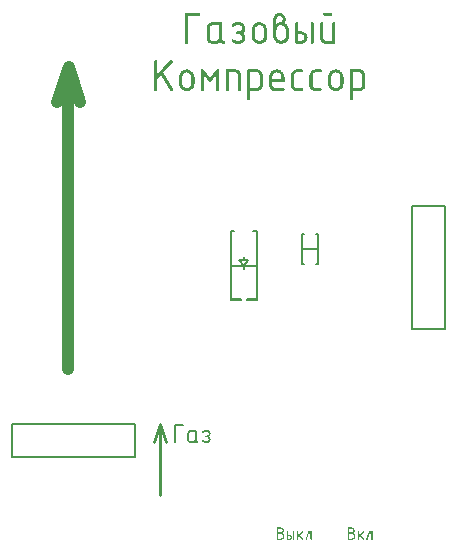
<source format=gto>
G04 Layer_Color=65535*
%FSLAX44Y44*%
%MOMM*%
G71*
G01*
G75*
%ADD21C,1.0000*%
%ADD22C,0.2540*%
%ADD23C,0.2000*%
%ADD24C,0.1500*%
G36*
X365336Y28495D02*
X365531Y28475D01*
X365784Y28417D01*
X366096Y28339D01*
X366409Y28202D01*
X366721Y28007D01*
X367013Y27754D01*
X367052Y27715D01*
X367130Y27617D01*
X367247Y27461D01*
X367403Y27227D01*
X367540Y26954D01*
X367657Y26642D01*
X367735Y26291D01*
X367774Y25881D01*
Y25861D01*
Y25822D01*
Y25764D01*
X367755Y25666D01*
X367716Y25432D01*
X367657Y25159D01*
X367540Y24827D01*
X367365Y24476D01*
X367247Y24320D01*
X367130Y24145D01*
X366974Y23989D01*
X366799Y23833D01*
X366818Y23813D01*
X366857Y23794D01*
X366935Y23735D01*
X367033Y23657D01*
X367150Y23579D01*
X367267Y23462D01*
X367403Y23326D01*
X367560Y23169D01*
X367696Y22974D01*
X367833Y22779D01*
X367950Y22565D01*
X368067Y22311D01*
X368164Y22057D01*
X368242Y21765D01*
X368281Y21472D01*
X368301Y21141D01*
Y21121D01*
Y21082D01*
Y21024D01*
X368281Y20926D01*
Y20809D01*
X368262Y20673D01*
X368184Y20380D01*
X368067Y20029D01*
X367911Y19658D01*
X367677Y19268D01*
X367521Y19092D01*
X367365Y18917D01*
X367345D01*
X367326Y18878D01*
X367267Y18839D01*
X367208Y18780D01*
X367013Y18624D01*
X366740Y18468D01*
X366428Y18293D01*
X366038Y18137D01*
X365609Y18039D01*
X365375Y18019D01*
X365141Y18000D01*
X362429D01*
X362351Y18019D01*
X362254Y18059D01*
X362156Y18117D01*
X362078Y18215D01*
X362020Y18332D01*
X362000Y18507D01*
Y27988D01*
Y28007D01*
Y28066D01*
X362020Y28163D01*
X362058Y28261D01*
X362117Y28339D01*
X362215Y28436D01*
X362332Y28495D01*
X362507Y28514D01*
X365258D01*
X365336Y28495D01*
D02*
G37*
G36*
X323712Y25335D02*
X323809Y25296D01*
X323887Y25218D01*
X323985Y25140D01*
X324043Y25003D01*
X324063Y24827D01*
Y24788D01*
X324043Y24711D01*
X324004Y24574D01*
X323907Y24457D01*
X321605Y22136D01*
X323965Y18819D01*
X323985Y18800D01*
X324024Y18722D01*
X324043Y18624D01*
X324063Y18507D01*
Y18488D01*
Y18429D01*
X324043Y18351D01*
X324004Y18254D01*
X323926Y18156D01*
X323848Y18078D01*
X323712Y18019D01*
X323536Y18000D01*
X323497D01*
X323380Y18019D01*
X323243Y18097D01*
X323165Y18137D01*
X323107Y18215D01*
X320844Y21375D01*
X319869Y20399D01*
Y18507D01*
Y18488D01*
Y18429D01*
X319849Y18351D01*
X319810Y18254D01*
X319732Y18156D01*
X319654Y18078D01*
X319517Y18019D01*
X319342Y18000D01*
X319264D01*
X319166Y18019D01*
X319088Y18059D01*
X318991Y18117D01*
X318893Y18215D01*
X318835Y18332D01*
X318815Y18507D01*
Y24827D01*
Y24847D01*
Y24906D01*
X318835Y25003D01*
X318874Y25101D01*
X318952Y25179D01*
X319030Y25276D01*
X319166Y25335D01*
X319342Y25354D01*
X319420D01*
X319517Y25335D01*
X319615Y25296D01*
X319693Y25218D01*
X319791Y25140D01*
X319849Y25003D01*
X319869Y24827D01*
Y21901D01*
X323165Y25198D01*
X323185Y25218D01*
X323263Y25276D01*
X323380Y25335D01*
X323536Y25354D01*
X323614D01*
X323712Y25335D01*
D02*
G37*
G36*
X352267Y416356D02*
X352756Y416307D01*
X353390Y416161D01*
X354171Y415965D01*
X354953Y415624D01*
X355734Y415135D01*
X356466Y414501D01*
X356563Y414403D01*
X356759Y414159D01*
X357052Y413769D01*
X357442Y413183D01*
X357784Y412499D01*
X358077Y411718D01*
X358272Y410839D01*
X358370Y409814D01*
Y404542D01*
Y404493D01*
Y404444D01*
Y404298D01*
X358321Y404102D01*
X358272Y403565D01*
X358126Y402931D01*
X357882Y402198D01*
X357540Y401417D01*
X357052Y400636D01*
X356417Y399904D01*
X356319Y399806D01*
X356075Y399611D01*
X355685Y399318D01*
X355148Y398976D01*
X354464Y398586D01*
X353683Y398293D01*
X352756Y398098D01*
X351779Y398000D01*
X351535D01*
X351340Y398049D01*
X350803Y398098D01*
X350168Y398244D01*
X349436Y398488D01*
X348655Y398781D01*
X347874Y399269D01*
X347141Y399904D01*
X347044Y400002D01*
X346848Y400246D01*
X346556Y400636D01*
X346214Y401222D01*
X345823Y401857D01*
X345530Y402687D01*
X345335Y403565D01*
X345238Y404542D01*
Y409814D01*
Y409863D01*
Y409961D01*
Y410058D01*
X345286Y410253D01*
X345335Y410790D01*
X345482Y411425D01*
X345726Y412157D01*
X346019Y412938D01*
X346507Y413720D01*
X347141Y414452D01*
X347239Y414550D01*
X347483Y414745D01*
X347874Y415087D01*
X348460Y415428D01*
X349094Y415770D01*
X349924Y416112D01*
X350803Y416307D01*
X351779Y416405D01*
X352072D01*
X352267Y416356D01*
D02*
G37*
G36*
X382658Y25335D02*
X382756Y25296D01*
X382834Y25218D01*
X382931Y25140D01*
X382990Y25003D01*
X383009Y24827D01*
Y18507D01*
Y18488D01*
Y18429D01*
X382990Y18351D01*
X382951Y18254D01*
X382873Y18156D01*
X382795Y18078D01*
X382658Y18019D01*
X382483Y18000D01*
X382405D01*
X382307Y18019D01*
X382229Y18059D01*
X382131Y18117D01*
X382034Y18215D01*
X381975Y18332D01*
X381956Y18507D01*
Y24301D01*
X380746D01*
X378776Y18351D01*
Y18332D01*
X378757Y18293D01*
X378679Y18176D01*
X378601Y18117D01*
X378523Y18059D01*
X378425Y18019D01*
X378288Y18000D01*
X378210D01*
X378113Y18019D01*
X378035Y18059D01*
X377937Y18137D01*
X377840Y18215D01*
X377781Y18351D01*
X377762Y18527D01*
Y18546D01*
Y18585D01*
X377781Y18683D01*
X379849Y24925D01*
Y24945D01*
X379888Y24984D01*
X379927Y25062D01*
X379966Y25140D01*
X380044Y25218D01*
X380142Y25296D01*
X380239Y25335D01*
X380376Y25354D01*
X382561D01*
X382658Y25335D01*
D02*
G37*
G36*
X236254Y464264D02*
X236498Y464167D01*
X236693Y463972D01*
X236937Y463776D01*
X237083Y463435D01*
X237132Y462995D01*
Y462946D01*
Y462800D01*
X237083Y462556D01*
X236986Y462361D01*
X236791Y462117D01*
X236595Y461872D01*
X236254Y461726D01*
X235814Y461677D01*
X226636D01*
Y439269D01*
Y439221D01*
Y439074D01*
X226587Y438879D01*
X226490Y438635D01*
X226294Y438391D01*
X226099Y438195D01*
X225758Y438049D01*
X225318Y438000D01*
X225123D01*
X224879Y438049D01*
X224683Y438146D01*
X224439Y438293D01*
X224195Y438537D01*
X224049Y438830D01*
X224000Y439269D01*
Y462995D01*
Y463044D01*
Y463190D01*
X224049Y463435D01*
X224146Y463679D01*
X224293Y463874D01*
X224537Y464118D01*
X224830Y464264D01*
X225269Y464313D01*
X236009D01*
X236254Y464264D01*
D02*
G37*
G36*
X254658Y456356D02*
X254902Y456258D01*
X255098Y456063D01*
X255342Y455868D01*
X255488Y455526D01*
X255537Y455087D01*
Y441906D01*
Y441857D01*
Y441710D01*
X255586Y441466D01*
X255683Y441271D01*
X255879Y441027D01*
X256074Y440783D01*
X256416Y440636D01*
X256855Y440587D01*
X257050D01*
X257294Y440539D01*
X257539Y440441D01*
X257734Y440246D01*
X257978Y440050D01*
X258124Y439709D01*
X258173Y439269D01*
Y439221D01*
Y439074D01*
X258124Y438879D01*
X258027Y438635D01*
X257831Y438391D01*
X257636Y438195D01*
X257294Y438049D01*
X256855Y438000D01*
X256562D01*
X256220Y438098D01*
X255781Y438195D01*
X255293Y438342D01*
X254805Y438586D01*
X254317Y438927D01*
X253828Y439367D01*
X253780Y439318D01*
X253584Y439172D01*
X253242Y438927D01*
X252852Y438684D01*
X252315Y438439D01*
X251729Y438195D01*
X251046Y438049D01*
X250264Y438000D01*
X247531D01*
X247287Y438049D01*
X246847Y438098D01*
X246359Y438195D01*
X245773Y438391D01*
X245138Y438635D01*
X244504Y439025D01*
X243918Y439513D01*
X243869Y439562D01*
X243674Y439806D01*
X243430Y440099D01*
X243186Y440539D01*
X242893Y441076D01*
X242649Y441710D01*
X242453Y442443D01*
X242405Y443224D01*
Y451132D01*
Y451181D01*
Y451230D01*
X242453Y451523D01*
X242502Y451913D01*
X242600Y452402D01*
X242795Y452987D01*
X243039Y453622D01*
X243430Y454257D01*
X243918Y454842D01*
X243967Y454891D01*
X244211Y455087D01*
X244504Y455331D01*
X244943Y455624D01*
X245480Y455916D01*
X246115Y456161D01*
X246847Y456356D01*
X247628Y456405D01*
X254414D01*
X254658Y456356D01*
D02*
G37*
G36*
X252286Y416356D02*
X252531Y416258D01*
X252775Y416063D01*
X253019Y415868D01*
X253165Y415526D01*
X253214Y415087D01*
Y399269D01*
Y399221D01*
Y399074D01*
X253165Y398879D01*
X253068Y398635D01*
X252872Y398391D01*
X252677Y398195D01*
X252335Y398049D01*
X251896Y398000D01*
X251701D01*
X251457Y398049D01*
X251261Y398146D01*
X251017Y398293D01*
X250773Y398537D01*
X250627Y398830D01*
X250578Y399269D01*
Y411279D01*
X245305Y404542D01*
X240082Y411279D01*
Y399269D01*
Y399221D01*
Y399074D01*
X240033Y398879D01*
X239935Y398635D01*
X239740Y398391D01*
X239545Y398195D01*
X239203Y398049D01*
X238764Y398000D01*
X238568D01*
X238324Y398049D01*
X238129Y398146D01*
X237885Y398293D01*
X237641Y398537D01*
X237494Y398830D01*
X237446Y399269D01*
Y415087D01*
Y415135D01*
Y415282D01*
X237494Y415526D01*
X237592Y415770D01*
X237787Y415965D01*
X237983Y416209D01*
X238324Y416356D01*
X238764Y416405D01*
X238861D01*
X239154Y416307D01*
X239349Y416209D01*
X239594Y416063D01*
X239838Y415868D01*
X240082Y415575D01*
X245305Y408838D01*
X250529Y415575D01*
X250578Y415624D01*
X250627Y415721D01*
X250968Y416014D01*
X251359Y416258D01*
X251603Y416356D01*
X251847Y416405D01*
X252042D01*
X252286Y416356D01*
D02*
G37*
G36*
X212890Y424264D02*
X213134Y424167D01*
X213329Y423972D01*
X213573Y423727D01*
X213720Y423386D01*
X213769Y422946D01*
Y422849D01*
X213720Y422654D01*
X213622Y422361D01*
X213378Y422068D01*
X205860Y413769D01*
X213573Y399953D01*
X213622Y399904D01*
X213671Y399757D01*
X213720Y399513D01*
X213769Y399269D01*
Y399172D01*
X213720Y398976D01*
X213573Y398684D01*
X213329Y398391D01*
X213280Y398342D01*
X213085Y398195D01*
X212792Y398049D01*
X212450Y398000D01*
X212304D01*
X212011Y398098D01*
X211621Y398293D01*
X211425Y398439D01*
X211279Y398684D01*
X204005Y411718D01*
X200636Y407959D01*
Y399269D01*
Y399221D01*
Y399074D01*
X200587Y398879D01*
X200490Y398635D01*
X200294Y398391D01*
X200099Y398195D01*
X199757Y398049D01*
X199318Y398000D01*
X199123D01*
X198879Y398049D01*
X198683Y398146D01*
X198439Y398293D01*
X198195Y398537D01*
X198049Y398830D01*
X198000Y399269D01*
Y422995D01*
Y423044D01*
Y423190D01*
X198049Y423435D01*
X198146Y423679D01*
X198342Y423874D01*
X198537Y424118D01*
X198879Y424264D01*
X199318Y424313D01*
X199513D01*
X199757Y424264D01*
X200002Y424167D01*
X200197Y423972D01*
X200441Y423776D01*
X200587Y423435D01*
X200636Y422995D01*
Y411913D01*
X211425Y423825D01*
X211523Y423923D01*
X211718Y424069D01*
X212060Y424216D01*
X212450Y424313D01*
X212646D01*
X212890Y424264D01*
D02*
G37*
G36*
X372283Y416307D02*
X372771Y416209D01*
X373357Y416014D01*
X373992Y415770D01*
X374626Y415379D01*
X375212Y414842D01*
X375261Y414794D01*
X375456Y414550D01*
X375700Y414257D01*
X375993Y413817D01*
X376286Y413280D01*
X376530Y412646D01*
X376726Y411913D01*
X376774Y411132D01*
Y403224D01*
Y403126D01*
Y402882D01*
X376677Y402443D01*
X376579Y401954D01*
X376384Y401368D01*
X376140Y400734D01*
X375749Y400099D01*
X375212Y399513D01*
X375163Y399465D01*
X374919Y399269D01*
X374626Y399025D01*
X374187Y398781D01*
X373650Y398488D01*
X373015Y398244D01*
X372283Y398049D01*
X371502Y398000D01*
X366278D01*
Y391409D01*
Y391361D01*
Y391214D01*
X366230Y390970D01*
X366132Y390775D01*
X365937Y390531D01*
X365741Y390287D01*
X365400Y390140D01*
X364960Y390091D01*
X364765D01*
X364521Y390140D01*
X364326Y390238D01*
X364082Y390433D01*
X363838Y390628D01*
X363691Y390970D01*
X363642Y391409D01*
Y415087D01*
Y415135D01*
Y415282D01*
X363691Y415526D01*
X363789Y415770D01*
X363935Y415965D01*
X364179Y416209D01*
X364472Y416356D01*
X364911Y416405D01*
X371893D01*
X372283Y416307D01*
D02*
G37*
G36*
X226071Y416356D02*
X226559Y416307D01*
X227194Y416161D01*
X227975Y415965D01*
X228756Y415624D01*
X229537Y415135D01*
X230269Y414501D01*
X230367Y414403D01*
X230562Y414159D01*
X230855Y413769D01*
X231246Y413183D01*
X231587Y412499D01*
X231880Y411718D01*
X232076Y410839D01*
X232173Y409814D01*
Y404542D01*
Y404493D01*
Y404444D01*
Y404298D01*
X232124Y404102D01*
X232076Y403565D01*
X231929Y402931D01*
X231685Y402198D01*
X231343Y401417D01*
X230855Y400636D01*
X230220Y399904D01*
X230123Y399806D01*
X229879Y399611D01*
X229488Y399318D01*
X228951Y398976D01*
X228268Y398586D01*
X227487Y398293D01*
X226559Y398098D01*
X225583Y398000D01*
X225338D01*
X225143Y398049D01*
X224606Y398098D01*
X223972Y398244D01*
X223239Y398488D01*
X222458Y398781D01*
X221677Y399269D01*
X220945Y399904D01*
X220847Y400002D01*
X220652Y400246D01*
X220359Y400636D01*
X220017Y401222D01*
X219627Y401857D01*
X219334Y402687D01*
X219139Y403565D01*
X219041Y404542D01*
Y409814D01*
Y409863D01*
Y409961D01*
Y410058D01*
X219090Y410253D01*
X219139Y410790D01*
X219285Y411425D01*
X219529Y412157D01*
X219822Y412938D01*
X220310Y413720D01*
X220945Y414452D01*
X221042Y414550D01*
X221287Y414745D01*
X221677Y415087D01*
X222263Y415428D01*
X222898Y415770D01*
X223727Y416112D01*
X224606Y416307D01*
X225583Y416405D01*
X225875D01*
X226071Y416356D01*
D02*
G37*
G36*
X375304Y25335D02*
X375401Y25296D01*
X375480Y25218D01*
X375577Y25140D01*
X375635Y25003D01*
X375655Y24827D01*
Y24788D01*
X375635Y24711D01*
X375597Y24574D01*
X375499Y24457D01*
X373197Y22136D01*
X375558Y18819D01*
X375577Y18800D01*
X375616Y18722D01*
X375635Y18624D01*
X375655Y18507D01*
Y18488D01*
Y18429D01*
X375635Y18351D01*
X375597Y18254D01*
X375518Y18156D01*
X375440Y18078D01*
X375304Y18019D01*
X375128Y18000D01*
X375089D01*
X374972Y18019D01*
X374836Y18097D01*
X374758Y18137D01*
X374699Y18215D01*
X372436Y21375D01*
X371461Y20399D01*
Y18507D01*
Y18488D01*
Y18429D01*
X371441Y18351D01*
X371403Y18254D01*
X371325Y18156D01*
X371246Y18078D01*
X371110Y18019D01*
X370934Y18000D01*
X370856D01*
X370759Y18019D01*
X370681Y18059D01*
X370583Y18117D01*
X370486Y18215D01*
X370427Y18332D01*
X370408Y18507D01*
Y24827D01*
Y24847D01*
Y24906D01*
X370427Y25003D01*
X370466Y25101D01*
X370544Y25179D01*
X370622Y25276D01*
X370759Y25335D01*
X370934Y25354D01*
X371012D01*
X371110Y25335D01*
X371207Y25296D01*
X371285Y25218D01*
X371383Y25140D01*
X371441Y25003D01*
X371461Y24827D01*
Y21901D01*
X374758Y25198D01*
X374777Y25218D01*
X374855Y25276D01*
X374972Y25335D01*
X375128Y25354D01*
X375206D01*
X375304Y25335D01*
D02*
G37*
G36*
X285532Y416307D02*
X286020Y416209D01*
X286606Y416014D01*
X287241Y415770D01*
X287875Y415379D01*
X288461Y414842D01*
X288510Y414794D01*
X288705Y414550D01*
X288949Y414257D01*
X289242Y413817D01*
X289535Y413280D01*
X289779Y412646D01*
X289975Y411913D01*
X290023Y411132D01*
Y403224D01*
Y403126D01*
Y402882D01*
X289926Y402443D01*
X289828Y401954D01*
X289633Y401368D01*
X289389Y400734D01*
X288998Y400099D01*
X288461Y399513D01*
X288412Y399465D01*
X288168Y399269D01*
X287875Y399025D01*
X287436Y398781D01*
X286899Y398488D01*
X286264Y398244D01*
X285532Y398049D01*
X284751Y398000D01*
X279527D01*
Y391409D01*
Y391361D01*
Y391214D01*
X279479Y390970D01*
X279381Y390775D01*
X279186Y390531D01*
X278990Y390287D01*
X278649Y390140D01*
X278209Y390091D01*
X278014D01*
X277770Y390140D01*
X277575Y390238D01*
X277331Y390433D01*
X277087Y390628D01*
X276940Y390970D01*
X276891Y391409D01*
Y415087D01*
Y415135D01*
Y415282D01*
X276940Y415526D01*
X277038Y415770D01*
X277184Y415965D01*
X277428Y416209D01*
X277721Y416356D01*
X278160Y416405D01*
X285142D01*
X285532Y416307D01*
D02*
G37*
G36*
X323318Y416356D02*
X323562Y416258D01*
X323757Y416063D01*
X324001Y415868D01*
X324148Y415526D01*
X324197Y415087D01*
Y415038D01*
Y414891D01*
X324148Y414647D01*
X324050Y414452D01*
X323855Y414208D01*
X323660Y413964D01*
X323318Y413817D01*
X322878Y413769D01*
X318729D01*
X318534Y413720D01*
X318290Y413671D01*
X317997Y413573D01*
X317704Y413427D01*
X317362Y413232D01*
X317069Y412987D01*
X317020Y412938D01*
X316971Y412841D01*
X316825Y412695D01*
X316727Y412450D01*
X316581Y412206D01*
X316434Y411865D01*
X316386Y411523D01*
X316337Y411132D01*
Y403224D01*
Y403175D01*
Y403028D01*
X316386Y402833D01*
X316434Y402589D01*
X316532Y402296D01*
X316630Y402003D01*
X316825Y401661D01*
X317069Y401368D01*
X317118Y401320D01*
X317215Y401271D01*
X317362Y401124D01*
X317606Y401027D01*
X317850Y400880D01*
X318192Y400734D01*
X318534Y400685D01*
X318924Y400636D01*
X323074D01*
X323318Y400587D01*
X323562Y400490D01*
X323757Y400294D01*
X324001Y400099D01*
X324148Y399757D01*
X324197Y399318D01*
Y399269D01*
Y399123D01*
X324148Y398879D01*
X324050Y398684D01*
X323855Y398439D01*
X323660Y398195D01*
X323318Y398049D01*
X322878Y398000D01*
X318827D01*
X318582Y398049D01*
X318143Y398098D01*
X317655Y398195D01*
X317069Y398391D01*
X316434Y398635D01*
X315800Y399025D01*
X315214Y399513D01*
X315165Y399562D01*
X314970Y399806D01*
X314726Y400099D01*
X314482Y400539D01*
X314189Y401076D01*
X313945Y401710D01*
X313749Y402443D01*
X313701Y403224D01*
Y411132D01*
Y411181D01*
Y411230D01*
X313749Y411523D01*
X313798Y411913D01*
X313896Y412402D01*
X314091Y412987D01*
X314335Y413622D01*
X314726Y414257D01*
X315214Y414842D01*
X315263Y414891D01*
X315507Y415087D01*
X315800Y415331D01*
X316239Y415624D01*
X316776Y415916D01*
X317411Y416161D01*
X318143Y416356D01*
X318924Y416405D01*
X323074D01*
X323318Y416356D01*
D02*
G37*
G36*
X339086D02*
X339330Y416258D01*
X339526Y416063D01*
X339770Y415868D01*
X339916Y415526D01*
X339965Y415087D01*
Y415038D01*
Y414891D01*
X339916Y414647D01*
X339819Y414452D01*
X339623Y414208D01*
X339428Y413964D01*
X339086Y413817D01*
X338647Y413769D01*
X334497D01*
X334302Y413720D01*
X334058Y413671D01*
X333765Y413573D01*
X333472Y413427D01*
X333130Y413232D01*
X332837Y412987D01*
X332789Y412938D01*
X332740Y412841D01*
X332593Y412695D01*
X332496Y412450D01*
X332349Y412206D01*
X332203Y411865D01*
X332154Y411523D01*
X332105Y411132D01*
Y403224D01*
Y403175D01*
Y403028D01*
X332154Y402833D01*
X332203Y402589D01*
X332300Y402296D01*
X332398Y402003D01*
X332593Y401661D01*
X332837Y401368D01*
X332886Y401320D01*
X332984Y401271D01*
X333130Y401124D01*
X333374Y401027D01*
X333619Y400880D01*
X333960Y400734D01*
X334302Y400685D01*
X334693Y400636D01*
X338842D01*
X339086Y400587D01*
X339330Y400490D01*
X339526Y400294D01*
X339770Y400099D01*
X339916Y399757D01*
X339965Y399318D01*
Y399269D01*
Y399123D01*
X339916Y398879D01*
X339819Y398684D01*
X339623Y398439D01*
X339428Y398195D01*
X339086Y398049D01*
X338647Y398000D01*
X334595D01*
X334351Y398049D01*
X333912Y398098D01*
X333423Y398195D01*
X332837Y398391D01*
X332203Y398635D01*
X331568Y399025D01*
X330982Y399513D01*
X330934Y399562D01*
X330738Y399806D01*
X330494Y400099D01*
X330250Y400539D01*
X329957Y401076D01*
X329713Y401710D01*
X329518Y402443D01*
X329469Y403224D01*
Y411132D01*
Y411181D01*
Y411230D01*
X329518Y411523D01*
X329567Y411913D01*
X329664Y412402D01*
X329860Y412987D01*
X330104Y413622D01*
X330494Y414257D01*
X330982Y414842D01*
X331031Y414891D01*
X331275Y415087D01*
X331568Y415331D01*
X332008Y415624D01*
X332545Y415916D01*
X333179Y416161D01*
X333912Y416356D01*
X334693Y416405D01*
X338842D01*
X339086Y416356D01*
D02*
G37*
G36*
X267127Y416307D02*
X267616Y416209D01*
X268201Y416014D01*
X268836Y415770D01*
X269471Y415379D01*
X270057Y414842D01*
X270105Y414794D01*
X270301Y414550D01*
X270545Y414257D01*
X270838Y413817D01*
X271131Y413280D01*
X271375Y412646D01*
X271570Y411913D01*
X271619Y411132D01*
Y399269D01*
Y399221D01*
Y399074D01*
X271570Y398879D01*
X271472Y398635D01*
X271277Y398391D01*
X271082Y398195D01*
X270740Y398049D01*
X270301Y398000D01*
X270105D01*
X269861Y398049D01*
X269666Y398146D01*
X269422Y398293D01*
X269178Y398537D01*
X269031Y398830D01*
X268983Y399269D01*
Y411132D01*
Y411181D01*
Y411328D01*
X268934Y411523D01*
X268885Y411767D01*
X268787Y412060D01*
X268641Y412402D01*
X268445Y412695D01*
X268201Y412987D01*
X268153Y413036D01*
X268055Y413134D01*
X267908Y413232D01*
X267713Y413378D01*
X267420Y413524D01*
X267127Y413671D01*
X266737Y413720D01*
X266346Y413769D01*
X261123D01*
Y399269D01*
Y399221D01*
Y399074D01*
X261074Y398879D01*
X260976Y398635D01*
X260781Y398391D01*
X260586Y398195D01*
X260244Y398049D01*
X259805Y398000D01*
X259609D01*
X259365Y398049D01*
X259170Y398146D01*
X258926Y398293D01*
X258682Y398537D01*
X258535Y398830D01*
X258486Y399269D01*
Y415087D01*
Y415135D01*
Y415282D01*
X258535Y415526D01*
X258633Y415770D01*
X258779Y415965D01*
X259023Y416209D01*
X259316Y416356D01*
X259756Y416405D01*
X266737D01*
X267127Y416307D01*
D02*
G37*
G36*
X302326Y416356D02*
X302814Y416307D01*
X303449Y416161D01*
X304230Y415965D01*
X305011Y415624D01*
X305792Y415135D01*
X306524Y414501D01*
X306622Y414403D01*
X306817Y414159D01*
X307110Y413769D01*
X307501Y413183D01*
X307842Y412499D01*
X308135Y411718D01*
X308330Y410839D01*
X308428Y409814D01*
Y405909D01*
X297932D01*
Y403272D01*
Y403224D01*
Y403077D01*
X297981Y402882D01*
X298030Y402638D01*
X298127Y402296D01*
X298225Y402003D01*
X298420Y401661D01*
X298664Y401368D01*
X298713Y401320D01*
X298811Y401271D01*
X298957Y401124D01*
X299201Y401027D01*
X299445Y400880D01*
X299787Y400734D01*
X300129Y400685D01*
X300520Y400636D01*
X307305D01*
X307549Y400587D01*
X307794Y400490D01*
X307989Y400294D01*
X308233Y400099D01*
X308379Y399757D01*
X308428Y399318D01*
Y399269D01*
Y399123D01*
X308379Y398879D01*
X308282Y398684D01*
X308086Y398439D01*
X307891Y398195D01*
X307549Y398049D01*
X307110Y398000D01*
X300422D01*
X300178Y398049D01*
X299738Y398098D01*
X299250Y398195D01*
X298664Y398391D01*
X298030Y398635D01*
X297395Y399025D01*
X296809Y399513D01*
X296760Y399562D01*
X296565Y399806D01*
X296321Y400099D01*
X296077Y400539D01*
X295784Y401076D01*
X295540Y401710D01*
X295345Y402443D01*
X295296Y403224D01*
Y409814D01*
Y409863D01*
Y409961D01*
Y410058D01*
X295345Y410253D01*
X295394Y410790D01*
X295540Y411425D01*
X295784Y412157D01*
X296077Y412938D01*
X296565Y413720D01*
X297200Y414452D01*
X297297Y414550D01*
X297542Y414745D01*
X297932Y415087D01*
X298518Y415428D01*
X299153Y415770D01*
X299982Y416112D01*
X300861Y416307D01*
X301838Y416405D01*
X302131D01*
X302326Y416356D01*
D02*
G37*
G36*
X331066Y25335D02*
X331163Y25296D01*
X331241Y25218D01*
X331339Y25140D01*
X331397Y25003D01*
X331417Y24827D01*
Y18507D01*
Y18488D01*
Y18429D01*
X331397Y18351D01*
X331358Y18254D01*
X331280Y18156D01*
X331202Y18078D01*
X331066Y18019D01*
X330890Y18000D01*
X330812D01*
X330715Y18019D01*
X330637Y18059D01*
X330539Y18117D01*
X330442Y18215D01*
X330383Y18332D01*
X330364Y18507D01*
Y24301D01*
X329154D01*
X327184Y18351D01*
Y18332D01*
X327164Y18293D01*
X327086Y18176D01*
X327008Y18117D01*
X326930Y18059D01*
X326833Y18019D01*
X326696Y18000D01*
X326618D01*
X326521Y18019D01*
X326442Y18059D01*
X326345Y18137D01*
X326247Y18215D01*
X326189Y18351D01*
X326169Y18527D01*
Y18546D01*
Y18585D01*
X326189Y18683D01*
X328257Y24925D01*
Y24945D01*
X328296Y24984D01*
X328335Y25062D01*
X328374Y25140D01*
X328452Y25218D01*
X328549Y25296D01*
X328647Y25335D01*
X328783Y25354D01*
X330968D01*
X331066Y25335D01*
D02*
G37*
G36*
X222351Y115756D02*
X222497Y115697D01*
X222614Y115580D01*
X222761Y115463D01*
X222849Y115258D01*
X222878Y114994D01*
Y114965D01*
Y114877D01*
X222849Y114731D01*
X222790Y114614D01*
X222673Y114467D01*
X222556Y114321D01*
X222351Y114233D01*
X222087Y114204D01*
X216581D01*
Y100761D01*
Y100732D01*
Y100644D01*
X216552Y100527D01*
X216494Y100381D01*
X216376Y100234D01*
X216259Y100117D01*
X216054Y100029D01*
X215791Y100000D01*
X215674D01*
X215527Y100029D01*
X215410Y100088D01*
X215264Y100176D01*
X215117Y100322D01*
X215029Y100498D01*
X215000Y100761D01*
Y114994D01*
Y115024D01*
Y115112D01*
X215029Y115258D01*
X215088Y115405D01*
X215176Y115522D01*
X215322Y115668D01*
X215498Y115756D01*
X215761Y115785D01*
X222204D01*
X222351Y115756D01*
D02*
G37*
G36*
X233392Y111012D02*
X233538Y110953D01*
X233655Y110836D01*
X233802Y110719D01*
X233890Y110514D01*
X233919Y110250D01*
Y102343D01*
Y102314D01*
Y102226D01*
X233948Y102079D01*
X234007Y101962D01*
X234124Y101816D01*
X234241Y101669D01*
X234446Y101581D01*
X234710Y101552D01*
X234827D01*
X234973Y101523D01*
X235120Y101464D01*
X235237Y101347D01*
X235383Y101230D01*
X235471Y101025D01*
X235500Y100761D01*
Y100732D01*
Y100644D01*
X235471Y100527D01*
X235413Y100381D01*
X235295Y100234D01*
X235178Y100117D01*
X234973Y100029D01*
X234710Y100000D01*
X234534D01*
X234329Y100059D01*
X234065Y100117D01*
X233773Y100205D01*
X233480Y100351D01*
X233187Y100556D01*
X232894Y100820D01*
X232865Y100791D01*
X232747Y100703D01*
X232542Y100556D01*
X232308Y100410D01*
X231986Y100264D01*
X231635Y100117D01*
X231225Y100029D01*
X230756Y100000D01*
X229116D01*
X228969Y100029D01*
X228706Y100059D01*
X228413Y100117D01*
X228062Y100234D01*
X227681Y100381D01*
X227300Y100615D01*
X226949Y100908D01*
X226919Y100937D01*
X226802Y101084D01*
X226656Y101259D01*
X226509Y101523D01*
X226334Y101845D01*
X226187Y102226D01*
X226070Y102665D01*
X226041Y103134D01*
Y107878D01*
Y107907D01*
Y107937D01*
X226070Y108112D01*
X226099Y108347D01*
X226158Y108639D01*
X226275Y108991D01*
X226422Y109372D01*
X226656Y109752D01*
X226949Y110104D01*
X226978Y110133D01*
X227125Y110250D01*
X227300Y110397D01*
X227564Y110572D01*
X227886Y110748D01*
X228267Y110894D01*
X228706Y111012D01*
X229174Y111041D01*
X233245D01*
X233392Y111012D01*
D02*
G37*
G36*
X316357Y25335D02*
X316455Y25296D01*
X316533Y25218D01*
X316630Y25140D01*
X316689Y25003D01*
X316708Y24827D01*
Y18507D01*
Y18488D01*
Y18429D01*
X316689Y18351D01*
X316650Y18254D01*
X316572Y18156D01*
X316494Y18078D01*
X316357Y18019D01*
X316182Y18000D01*
X316104D01*
X316006Y18019D01*
X315928Y18059D01*
X315831Y18117D01*
X315733Y18215D01*
X315675Y18332D01*
X315655Y18507D01*
Y24827D01*
Y24847D01*
Y24906D01*
X315675Y25003D01*
X315714Y25101D01*
X315792Y25179D01*
X315870Y25276D01*
X316006Y25335D01*
X316182Y25354D01*
X316260D01*
X316357Y25335D01*
D02*
G37*
G36*
X348000Y464264D02*
X348244Y464167D01*
X348439Y463972D01*
X348683Y463776D01*
X348830Y463435D01*
X348879Y462995D01*
Y462946D01*
Y462800D01*
X348830Y462556D01*
X348732Y462361D01*
X348537Y462117D01*
X348341Y461872D01*
X348000Y461726D01*
X347560Y461677D01*
X342093D01*
X341849Y461726D01*
X341653Y461824D01*
X341409Y462019D01*
X341165Y462214D01*
X341019Y462556D01*
X340970Y462995D01*
Y463044D01*
Y463190D01*
X341019Y463435D01*
X341116Y463679D01*
X341312Y463874D01*
X341507Y464118D01*
X341849Y464264D01*
X342288Y464313D01*
X347756D01*
X348000Y464264D01*
D02*
G37*
G36*
X311110Y25335D02*
X311207Y25296D01*
X311285Y25218D01*
X311383Y25140D01*
X311441Y25003D01*
X311461Y24827D01*
Y22213D01*
X312670D01*
X312826Y22174D01*
X313022Y22136D01*
X313256Y22057D01*
X313509Y21960D01*
X313763Y21804D01*
X313997Y21589D01*
X314016Y21570D01*
X314095Y21472D01*
X314192Y21355D01*
X314309Y21180D01*
X314426Y20965D01*
X314524Y20712D01*
X314602Y20419D01*
X314621Y20107D01*
Y20068D01*
Y19951D01*
X314582Y19795D01*
X314543Y19580D01*
X314465Y19346D01*
X314368Y19092D01*
X314212Y18839D01*
X313997Y18605D01*
X313977Y18585D01*
X313880Y18507D01*
X313763Y18410D01*
X313587Y18312D01*
X313373Y18195D01*
X313119Y18097D01*
X312826Y18019D01*
X312514Y18000D01*
X310856D01*
X310759Y18019D01*
X310681Y18059D01*
X310583Y18117D01*
X310486Y18215D01*
X310427Y18332D01*
X310408Y18507D01*
Y24827D01*
Y24847D01*
Y24906D01*
X310427Y25003D01*
X310466Y25101D01*
X310544Y25179D01*
X310622Y25276D01*
X310759Y25335D01*
X310934Y25354D01*
X311012D01*
X311110Y25335D01*
D02*
G37*
G36*
X350636Y456356D02*
X350880Y456258D01*
X351075Y456063D01*
X351319Y455868D01*
X351466Y455526D01*
X351515Y455087D01*
Y439269D01*
Y439221D01*
Y439074D01*
X351466Y438879D01*
X351368Y438635D01*
X351173Y438391D01*
X350978Y438195D01*
X350636Y438049D01*
X350197Y438000D01*
X343508D01*
X343264Y438049D01*
X342825Y438098D01*
X342337Y438195D01*
X341751Y438391D01*
X341116Y438635D01*
X340482Y439025D01*
X339896Y439513D01*
X339847Y439562D01*
X339652Y439806D01*
X339408Y440099D01*
X339164Y440539D01*
X338871Y441076D01*
X338627Y441710D01*
X338431Y442443D01*
X338382Y443224D01*
Y455087D01*
Y455135D01*
Y455282D01*
X338431Y455526D01*
X338529Y455770D01*
X338724Y455965D01*
X338919Y456209D01*
X339261Y456356D01*
X339701Y456405D01*
X339896D01*
X340140Y456356D01*
X340384Y456258D01*
X340579Y456063D01*
X340823Y455868D01*
X340970Y455526D01*
X341019Y455087D01*
Y443224D01*
Y443175D01*
Y443028D01*
X341068Y442833D01*
X341116Y442589D01*
X341214Y442296D01*
X341312Y442003D01*
X341507Y441661D01*
X341751Y441368D01*
X341800Y441320D01*
X341897Y441271D01*
X342044Y441124D01*
X342288Y441027D01*
X342532Y440880D01*
X342874Y440734D01*
X343215Y440685D01*
X343606Y440636D01*
X348879D01*
Y455087D01*
Y455135D01*
Y455282D01*
X348927Y455526D01*
X349025Y455770D01*
X349220Y455965D01*
X349416Y456209D01*
X349757Y456356D01*
X350197Y456405D01*
X350392D01*
X350636Y456356D01*
D02*
G37*
G36*
X319099D02*
X319343Y456258D01*
X319538Y456063D01*
X319783Y455868D01*
X319929Y455526D01*
X319978Y455087D01*
Y448545D01*
X323004D01*
X323395Y448447D01*
X323883Y448350D01*
X324469Y448154D01*
X325104Y447910D01*
X325738Y447520D01*
X326324Y446983D01*
X326373Y446934D01*
X326568Y446690D01*
X326812Y446397D01*
X327105Y445957D01*
X327398Y445420D01*
X327642Y444786D01*
X327838Y444053D01*
X327886Y443272D01*
Y443175D01*
Y442882D01*
X327789Y442491D01*
X327691Y441954D01*
X327496Y441368D01*
X327252Y440734D01*
X326861Y440099D01*
X326324Y439513D01*
X326275Y439465D01*
X326031Y439269D01*
X325738Y439025D01*
X325299Y438781D01*
X324762Y438488D01*
X324127Y438244D01*
X323395Y438049D01*
X322614Y438000D01*
X318464D01*
X318220Y438049D01*
X318025Y438146D01*
X317781Y438293D01*
X317537Y438537D01*
X317390Y438830D01*
X317342Y439269D01*
Y455087D01*
Y455135D01*
Y455282D01*
X317390Y455526D01*
X317488Y455770D01*
X317683Y455965D01*
X317879Y456209D01*
X318220Y456356D01*
X318660Y456405D01*
X318855D01*
X319099Y456356D01*
D02*
G37*
G36*
X304942Y464216D02*
X305430Y464118D01*
X306016Y463923D01*
X306650Y463679D01*
X307285Y463288D01*
X307871Y462751D01*
X307920Y462702D01*
X308115Y462458D01*
X308359Y462165D01*
X308652Y461726D01*
X308945Y461189D01*
X309189Y460554D01*
X309384Y459822D01*
X309433Y459041D01*
Y458943D01*
Y458699D01*
X309384Y458357D01*
X309286Y457918D01*
X309091Y457381D01*
X308896Y456844D01*
X308554Y456356D01*
X308115Y455868D01*
X308212Y455819D01*
X308408Y455721D01*
X308749Y455526D01*
X309140Y455282D01*
X309628Y454940D01*
X310116Y454501D01*
X310556Y454013D01*
X310995Y453427D01*
X311044Y453329D01*
X311142Y453134D01*
X311337Y452792D01*
X311532Y452353D01*
X311727Y451816D01*
X311923Y451181D01*
X312020Y450546D01*
X312069Y449814D01*
Y444542D01*
Y444493D01*
Y444444D01*
Y444298D01*
X312020Y444102D01*
X311971Y443565D01*
X311825Y442931D01*
X311581Y442198D01*
X311239Y441417D01*
X310751Y440636D01*
X310116Y439904D01*
X310019Y439806D01*
X309775Y439611D01*
X309384Y439318D01*
X308847Y438976D01*
X308164Y438586D01*
X307383Y438293D01*
X306455Y438098D01*
X305479Y438000D01*
X305235D01*
X305039Y438049D01*
X304502Y438098D01*
X303868Y438244D01*
X303135Y438488D01*
X302354Y438781D01*
X301573Y439269D01*
X300841Y439904D01*
X300743Y440002D01*
X300548Y440246D01*
X300255Y440636D01*
X299913Y441222D01*
X299523Y441857D01*
X299230Y442687D01*
X299035Y443565D01*
X298937Y444542D01*
Y459041D01*
Y459090D01*
Y459138D01*
X298986Y459431D01*
X299035Y459822D01*
X299132Y460310D01*
X299327Y460896D01*
X299571Y461531D01*
X299962Y462165D01*
X300450Y462751D01*
X300499Y462800D01*
X300743Y462995D01*
X301036Y463239D01*
X301475Y463532D01*
X302013Y463825D01*
X302647Y464069D01*
X303379Y464264D01*
X304160Y464313D01*
X304551D01*
X304942Y464216D01*
D02*
G37*
G36*
X287562Y456356D02*
X288050Y456307D01*
X288685Y456161D01*
X289466Y455965D01*
X290247Y455624D01*
X291028Y455135D01*
X291761Y454501D01*
X291858Y454403D01*
X292053Y454159D01*
X292346Y453769D01*
X292737Y453183D01*
X293079Y452499D01*
X293372Y451718D01*
X293567Y450839D01*
X293664Y449814D01*
Y444542D01*
Y444493D01*
Y444444D01*
Y444298D01*
X293616Y444102D01*
X293567Y443565D01*
X293420Y442931D01*
X293176Y442198D01*
X292834Y441417D01*
X292346Y440636D01*
X291712Y439904D01*
X291614Y439806D01*
X291370Y439611D01*
X290979Y439318D01*
X290442Y438976D01*
X289759Y438586D01*
X288978Y438293D01*
X288050Y438098D01*
X287074Y438000D01*
X286830D01*
X286635Y438049D01*
X286098Y438098D01*
X285463Y438244D01*
X284731Y438488D01*
X283950Y438781D01*
X283168Y439269D01*
X282436Y439904D01*
X282339Y440002D01*
X282143Y440246D01*
X281850Y440636D01*
X281509Y441222D01*
X281118Y441857D01*
X280825Y442687D01*
X280630Y443565D01*
X280532Y444542D01*
Y449814D01*
Y449863D01*
Y449961D01*
Y450058D01*
X280581Y450253D01*
X280630Y450790D01*
X280776Y451425D01*
X281020Y452157D01*
X281313Y452938D01*
X281801Y453720D01*
X282436Y454452D01*
X282534Y454550D01*
X282778Y454745D01*
X283168Y455087D01*
X283754Y455428D01*
X284389Y455770D01*
X285219Y456112D01*
X286098Y456307D01*
X287074Y456405D01*
X287367D01*
X287562Y456356D01*
D02*
G37*
G36*
X332231D02*
X332475Y456258D01*
X332671Y456063D01*
X332915Y455868D01*
X333061Y455526D01*
X333110Y455087D01*
Y439269D01*
Y439221D01*
Y439074D01*
X333061Y438879D01*
X332964Y438635D01*
X332768Y438391D01*
X332573Y438195D01*
X332231Y438049D01*
X331792Y438000D01*
X331597D01*
X331353Y438049D01*
X331157Y438146D01*
X330913Y438293D01*
X330669Y438537D01*
X330523Y438830D01*
X330474Y439269D01*
Y455087D01*
Y455135D01*
Y455282D01*
X330523Y455526D01*
X330620Y455770D01*
X330816Y455965D01*
X331011Y456209D01*
X331353Y456356D01*
X331792Y456405D01*
X331987D01*
X332231Y456356D01*
D02*
G37*
G36*
X270768Y456307D02*
X271257Y456209D01*
X271842Y456014D01*
X272477Y455770D01*
X273112Y455379D01*
X273697Y454842D01*
X273746Y454794D01*
X273942Y454550D01*
X274186Y454257D01*
X274479Y453817D01*
X274772Y453280D01*
X275016Y452646D01*
X275211Y451913D01*
X275260Y451132D01*
Y451083D01*
Y450986D01*
Y450888D01*
X275211Y450693D01*
X275162Y450156D01*
X275016Y449570D01*
X274820Y448935D01*
X274479Y448252D01*
X274039Y447666D01*
X273454Y447178D01*
X273551Y447129D01*
X273746Y446934D01*
X274039Y446641D01*
X274381Y446250D01*
X274674Y445713D01*
X274967Y445030D01*
X275162Y444200D01*
X275260Y443224D01*
Y443126D01*
Y442882D01*
X275162Y442443D01*
X275065Y441954D01*
X274869Y441368D01*
X274625Y440734D01*
X274235Y440099D01*
X273697Y439513D01*
X273649Y439465D01*
X273405Y439269D01*
X273112Y439025D01*
X272672Y438781D01*
X272135Y438488D01*
X271501Y438244D01*
X270768Y438049D01*
X269987Y438000D01*
X268425D01*
X268132Y438049D01*
X267791Y438098D01*
X267302Y438146D01*
X266765Y438293D01*
X266180Y438439D01*
X265545Y438635D01*
X265447Y438684D01*
X265203Y438781D01*
X264861Y438976D01*
X264520Y439172D01*
X264129Y439465D01*
X263787Y439806D01*
X263543Y440148D01*
X263494Y440343D01*
X263446Y440539D01*
Y440636D01*
X263494Y440831D01*
X263592Y441124D01*
X263738Y441466D01*
X263787Y441564D01*
X263934Y441710D01*
X264129Y441857D01*
X264422Y441954D01*
X264471D01*
X264520Y441906D01*
X264666Y441857D01*
X264861Y441808D01*
X265105Y441661D01*
X265496Y441515D01*
X266033Y441271D01*
X266082Y441222D01*
X266277Y441173D01*
X266570Y441076D01*
X266961Y440978D01*
X267351Y440831D01*
X267791Y440734D01*
X268230Y440685D01*
X268669Y440636D01*
X270183D01*
X270378Y440685D01*
X270622Y440734D01*
X270915Y440831D01*
X271208Y440929D01*
X271549Y441124D01*
X271842Y441368D01*
X271891Y441417D01*
X271989Y441515D01*
X272087Y441661D01*
X272233Y441906D01*
X272379Y442150D01*
X272526Y442491D01*
X272575Y442833D01*
X272624Y443224D01*
Y443272D01*
Y443419D01*
X272575Y443663D01*
X272526Y443907D01*
X272428Y444249D01*
X272331Y444542D01*
X272135Y444883D01*
X271891Y445176D01*
X271842Y445225D01*
X271794Y445274D01*
X271647Y445372D01*
X271501Y445469D01*
X270964Y445713D01*
X270329Y445860D01*
X268572D01*
X268328Y445909D01*
X267986Y446055D01*
X267693Y446250D01*
X267644Y446299D01*
X267546Y446494D01*
X267400Y446787D01*
X267351Y447178D01*
Y447227D01*
Y447276D01*
X267400Y447520D01*
X267498Y447813D01*
X267693Y448106D01*
X267791Y448154D01*
X267986Y448301D01*
X268425Y448447D01*
X268669Y448496D01*
X270036D01*
X270280Y448545D01*
X270573Y448594D01*
X270915Y448691D01*
X271257Y448789D01*
X271598Y448984D01*
X271891Y449228D01*
X271940Y449277D01*
X271989Y449375D01*
X272135Y449521D01*
X272282Y449765D01*
X272379Y450058D01*
X272526Y450351D01*
X272575Y450742D01*
X272624Y451132D01*
Y451181D01*
Y451328D01*
X272575Y451523D01*
X272526Y451767D01*
X272428Y452060D01*
X272282Y452353D01*
X272087Y452694D01*
X271842Y452987D01*
X271794Y453036D01*
X271696Y453134D01*
X271549Y453232D01*
X271354Y453378D01*
X271061Y453524D01*
X270768Y453671D01*
X270378Y453720D01*
X269987Y453769D01*
X268474D01*
X268230Y453720D01*
X267937Y453671D01*
X267546Y453622D01*
X267107Y453475D01*
X266570Y453329D01*
X265984Y453085D01*
X265935Y453036D01*
X265740Y452987D01*
X265496Y452890D01*
X265203Y452743D01*
X264910Y452597D01*
X264666Y452499D01*
X264471Y452450D01*
X264422Y452402D01*
X264373D01*
X264178Y452450D01*
X263983Y452597D01*
X263738Y452890D01*
X263690Y452987D01*
X263592Y453183D01*
X263494Y453475D01*
X263446Y453817D01*
Y453866D01*
X263494Y454013D01*
X263543Y454208D01*
X263738Y454452D01*
X263983Y454745D01*
X264373Y455038D01*
X264910Y455379D01*
X265203Y455526D01*
X265594Y455672D01*
X265691Y455721D01*
X265886Y455770D01*
X266228Y455916D01*
X266619Y456063D01*
X267107Y456161D01*
X267644Y456307D01*
X268181Y456356D01*
X268669Y456405D01*
X270378D01*
X270768Y456307D01*
D02*
G37*
G36*
X305336Y28495D02*
X305531Y28475D01*
X305784Y28417D01*
X306096Y28339D01*
X306409Y28202D01*
X306721Y28007D01*
X307013Y27754D01*
X307052Y27715D01*
X307130Y27617D01*
X307247Y27461D01*
X307404Y27227D01*
X307540Y26954D01*
X307657Y26642D01*
X307735Y26291D01*
X307774Y25881D01*
Y25861D01*
Y25822D01*
Y25764D01*
X307755Y25666D01*
X307716Y25432D01*
X307657Y25159D01*
X307540Y24827D01*
X307365Y24476D01*
X307247Y24320D01*
X307130Y24145D01*
X306974Y23989D01*
X306799Y23833D01*
X306818Y23813D01*
X306857Y23794D01*
X306935Y23735D01*
X307033Y23657D01*
X307150Y23579D01*
X307267Y23462D01*
X307404Y23326D01*
X307560Y23169D01*
X307696Y22974D01*
X307833Y22779D01*
X307950Y22565D01*
X308067Y22311D01*
X308164Y22057D01*
X308242Y21765D01*
X308281Y21472D01*
X308301Y21141D01*
Y21121D01*
Y21082D01*
Y21024D01*
X308281Y20926D01*
Y20809D01*
X308262Y20673D01*
X308184Y20380D01*
X308067Y20029D01*
X307911Y19658D01*
X307677Y19268D01*
X307521Y19092D01*
X307365Y18917D01*
X307345D01*
X307325Y18878D01*
X307267Y18839D01*
X307208Y18780D01*
X307013Y18624D01*
X306740Y18468D01*
X306428Y18293D01*
X306038Y18137D01*
X305609Y18039D01*
X305375Y18019D01*
X305141Y18000D01*
X302429D01*
X302351Y18019D01*
X302254Y18059D01*
X302156Y18117D01*
X302078Y18215D01*
X302020Y18332D01*
X302000Y18507D01*
Y27988D01*
Y28007D01*
Y28066D01*
X302020Y28163D01*
X302059Y28261D01*
X302117Y28339D01*
X302215Y28436D01*
X302332Y28495D01*
X302507Y28514D01*
X305258D01*
X305336Y28495D01*
D02*
G37*
G36*
X243056Y110982D02*
X243349Y110924D01*
X243701Y110807D01*
X244081Y110660D01*
X244462Y110426D01*
X244813Y110104D01*
X244843Y110075D01*
X244960Y109928D01*
X245106Y109752D01*
X245282Y109489D01*
X245458Y109167D01*
X245604Y108786D01*
X245721Y108347D01*
X245751Y107878D01*
Y107849D01*
Y107790D01*
Y107732D01*
X245721Y107614D01*
X245692Y107292D01*
X245604Y106941D01*
X245487Y106560D01*
X245282Y106150D01*
X245018Y105799D01*
X244667Y105506D01*
X244725Y105477D01*
X244843Y105359D01*
X245018Y105184D01*
X245223Y104949D01*
X245399Y104627D01*
X245575Y104217D01*
X245692Y103719D01*
X245751Y103134D01*
Y103075D01*
Y102929D01*
X245692Y102665D01*
X245633Y102372D01*
X245516Y102021D01*
X245370Y101640D01*
X245135Y101259D01*
X244813Y100908D01*
X244784Y100879D01*
X244638Y100761D01*
X244462Y100615D01*
X244198Y100469D01*
X243876Y100293D01*
X243496Y100146D01*
X243056Y100029D01*
X242588Y100000D01*
X241650D01*
X241475Y100029D01*
X241270Y100059D01*
X240977Y100088D01*
X240655Y100176D01*
X240303Y100264D01*
X239923Y100381D01*
X239864Y100410D01*
X239718Y100469D01*
X239513Y100586D01*
X239307Y100703D01*
X239073Y100879D01*
X238868Y101084D01*
X238722Y101289D01*
X238692Y101406D01*
X238663Y101523D01*
Y101581D01*
X238692Y101699D01*
X238751Y101874D01*
X238839Y102079D01*
X238868Y102138D01*
X238956Y102226D01*
X239073Y102314D01*
X239249Y102372D01*
X239278D01*
X239307Y102343D01*
X239395Y102314D01*
X239513Y102284D01*
X239659Y102197D01*
X239893Y102109D01*
X240215Y101962D01*
X240245Y101933D01*
X240362Y101904D01*
X240538Y101845D01*
X240772Y101786D01*
X241006Y101699D01*
X241270Y101640D01*
X241533Y101611D01*
X241797Y101581D01*
X242705D01*
X242822Y101611D01*
X242968Y101640D01*
X243144Y101699D01*
X243320Y101757D01*
X243525Y101874D01*
X243701Y102021D01*
X243730Y102050D01*
X243788Y102109D01*
X243847Y102197D01*
X243935Y102343D01*
X244023Y102489D01*
X244111Y102694D01*
X244140Y102899D01*
X244169Y103134D01*
Y103163D01*
Y103251D01*
X244140Y103397D01*
X244111Y103544D01*
X244052Y103749D01*
X243993Y103924D01*
X243876Y104129D01*
X243730Y104305D01*
X243701Y104334D01*
X243671Y104364D01*
X243583Y104422D01*
X243496Y104481D01*
X243173Y104627D01*
X242793Y104715D01*
X241738D01*
X241592Y104744D01*
X241387Y104832D01*
X241211Y104949D01*
X241182Y104979D01*
X241123Y105096D01*
X241035Y105272D01*
X241006Y105506D01*
Y105535D01*
Y105564D01*
X241035Y105711D01*
X241094Y105886D01*
X241211Y106062D01*
X241270Y106091D01*
X241387Y106179D01*
X241650Y106267D01*
X241797Y106297D01*
X242617D01*
X242763Y106326D01*
X242939Y106355D01*
X243144Y106414D01*
X243349Y106472D01*
X243554Y106589D01*
X243730Y106736D01*
X243759Y106765D01*
X243788Y106824D01*
X243876Y106911D01*
X243964Y107058D01*
X244023Y107234D01*
X244111Y107409D01*
X244140Y107644D01*
X244169Y107878D01*
Y107907D01*
Y107995D01*
X244140Y108112D01*
X244111Y108259D01*
X244052Y108434D01*
X243964Y108610D01*
X243847Y108815D01*
X243701Y108991D01*
X243671Y109020D01*
X243613Y109079D01*
X243525Y109137D01*
X243408Y109225D01*
X243232Y109313D01*
X243056Y109401D01*
X242822Y109430D01*
X242588Y109459D01*
X241680D01*
X241533Y109430D01*
X241358Y109401D01*
X241123Y109372D01*
X240860Y109284D01*
X240538Y109196D01*
X240186Y109049D01*
X240157Y109020D01*
X240040Y108991D01*
X239893Y108932D01*
X239718Y108844D01*
X239542Y108757D01*
X239395Y108698D01*
X239278Y108669D01*
X239249Y108639D01*
X239220D01*
X239102Y108669D01*
X238985Y108757D01*
X238839Y108932D01*
X238810Y108991D01*
X238751Y109108D01*
X238692Y109284D01*
X238663Y109489D01*
Y109518D01*
X238692Y109606D01*
X238722Y109723D01*
X238839Y109869D01*
X238985Y110045D01*
X239220Y110221D01*
X239542Y110426D01*
X239718Y110514D01*
X239952Y110602D01*
X240010Y110631D01*
X240128Y110660D01*
X240333Y110748D01*
X240567Y110836D01*
X240860Y110894D01*
X241182Y110982D01*
X241504Y111012D01*
X241797Y111041D01*
X242822D01*
X243056Y110982D01*
D02*
G37*
%LPC*%
G36*
X365141Y23247D02*
X363053D01*
Y19053D01*
X365180D01*
X365297Y19073D01*
X365453Y19092D01*
X365648Y19131D01*
X365882Y19209D01*
X366135Y19307D01*
X366389Y19463D01*
X366623Y19658D01*
X366643Y19678D01*
X366721Y19775D01*
X366818Y19892D01*
X366935Y20068D01*
X367052Y20282D01*
X367150Y20536D01*
X367228Y20828D01*
X367247Y21141D01*
Y21160D01*
Y21180D01*
Y21297D01*
X367208Y21453D01*
X367169Y21648D01*
X367091Y21882D01*
X366994Y22136D01*
X366838Y22389D01*
X366623Y22623D01*
X366604Y22643D01*
X366506Y22721D01*
X366389Y22818D01*
X366214Y22935D01*
X365999Y23052D01*
X365745Y23150D01*
X365453Y23228D01*
X365141Y23247D01*
D02*
G37*
G36*
Y27461D02*
X363053D01*
Y24301D01*
X365258D01*
X365375Y24320D01*
X365531Y24359D01*
X365687Y24418D01*
X365882Y24496D01*
X366077Y24593D01*
X366253Y24750D01*
X366272Y24769D01*
X366331Y24827D01*
X366409Y24925D01*
X366487Y25062D01*
X366565Y25237D01*
X366643Y25432D01*
X366701Y25647D01*
X366721Y25881D01*
Y25900D01*
Y25998D01*
X366701Y26115D01*
X366662Y26271D01*
X366604Y26427D01*
X366526Y26622D01*
X366409Y26817D01*
X366253Y26993D01*
X366233Y27012D01*
X366175Y27071D01*
X366077Y27149D01*
X365941Y27227D01*
X365784Y27305D01*
X365589Y27383D01*
X365375Y27441D01*
X365141Y27461D01*
D02*
G37*
G36*
X351779Y413769D02*
X351535D01*
X351193Y413720D01*
X350852Y413622D01*
X350412Y413476D01*
X349924Y413280D01*
X349436Y412987D01*
X348997Y412597D01*
X348948Y412548D01*
X348801Y412402D01*
X348655Y412157D01*
X348460Y411816D01*
X348215Y411425D01*
X348069Y410937D01*
X347923Y410400D01*
X347874Y409814D01*
Y404542D01*
Y404493D01*
Y404249D01*
X347923Y403956D01*
X348020Y403565D01*
X348167Y403126D01*
X348362Y402687D01*
X348606Y402198D01*
X348997Y401759D01*
X349045Y401710D01*
X349192Y401564D01*
X349436Y401417D01*
X349778Y401222D01*
X350168Y400978D01*
X350656Y400831D01*
X351193Y400685D01*
X351779Y400636D01*
X352072D01*
X352365Y400685D01*
X352756Y400783D01*
X353146Y400929D01*
X353634Y401124D01*
X354123Y401368D01*
X354562Y401759D01*
X354611Y401808D01*
X354757Y401954D01*
X354953Y402198D01*
X355148Y402540D01*
X355343Y402931D01*
X355538Y403419D01*
X355685Y403956D01*
X355734Y404542D01*
Y409814D01*
Y409863D01*
Y410107D01*
X355685Y410400D01*
X355587Y410790D01*
X355441Y411181D01*
X355245Y411669D01*
X354953Y412157D01*
X354562Y412597D01*
X354513Y412646D01*
X354367Y412792D01*
X354123Y412987D01*
X353781Y413183D01*
X353390Y413378D01*
X352902Y413573D01*
X352365Y413720D01*
X351779Y413769D01*
D02*
G37*
G36*
X252901Y453769D02*
X247433D01*
X247238Y453720D01*
X246994Y453671D01*
X246701Y453573D01*
X246408Y453427D01*
X246066Y453232D01*
X245773Y452987D01*
X245724Y452938D01*
X245676Y452841D01*
X245529Y452694D01*
X245431Y452450D01*
X245285Y452206D01*
X245138Y451865D01*
X245090Y451523D01*
X245041Y451132D01*
Y443224D01*
Y443175D01*
Y443028D01*
X245090Y442833D01*
X245138Y442589D01*
X245236Y442296D01*
X245334Y442003D01*
X245529Y441661D01*
X245773Y441368D01*
X245822Y441320D01*
X245920Y441271D01*
X246066Y441124D01*
X246310Y441027D01*
X246554Y440880D01*
X246896Y440734D01*
X247238Y440685D01*
X247628Y440636D01*
X250460D01*
X250655Y440685D01*
X250899Y440734D01*
X251192Y440831D01*
X251485Y440929D01*
X251827Y441124D01*
X252120Y441368D01*
X252169Y441417D01*
X252266Y441515D01*
X252364Y441661D01*
X252510Y441906D01*
X252657Y442150D01*
X252803Y442491D01*
X252852Y442833D01*
X252901Y443224D01*
Y453769D01*
D02*
G37*
G36*
X371502Y413769D02*
X366278D01*
Y400636D01*
X371697D01*
X371893Y400685D01*
X372137Y400734D01*
X372430Y400831D01*
X372723Y400929D01*
X373064Y401124D01*
X373357Y401368D01*
X373406Y401417D01*
X373504Y401515D01*
X373601Y401661D01*
X373748Y401906D01*
X373894Y402150D01*
X374041Y402491D01*
X374089Y402833D01*
X374138Y403224D01*
Y411132D01*
Y411181D01*
Y411328D01*
X374089Y411523D01*
X374041Y411767D01*
X373943Y412060D01*
X373797Y412402D01*
X373601Y412695D01*
X373357Y412987D01*
X373308Y413036D01*
X373211Y413134D01*
X373064Y413232D01*
X372869Y413378D01*
X372576Y413524D01*
X372283Y413671D01*
X371893Y413720D01*
X371502Y413769D01*
D02*
G37*
G36*
X225583D02*
X225338D01*
X224997Y413720D01*
X224655Y413622D01*
X224216Y413476D01*
X223727Y413280D01*
X223239Y412987D01*
X222800Y412597D01*
X222751Y412548D01*
X222605Y412402D01*
X222458Y412157D01*
X222263Y411816D01*
X222019Y411425D01*
X221872Y410937D01*
X221726Y410400D01*
X221677Y409814D01*
Y404542D01*
Y404493D01*
Y404249D01*
X221726Y403956D01*
X221824Y403565D01*
X221970Y403126D01*
X222165Y402687D01*
X222409Y402198D01*
X222800Y401759D01*
X222849Y401710D01*
X222995Y401564D01*
X223239Y401417D01*
X223581Y401222D01*
X223972Y400978D01*
X224460Y400831D01*
X224997Y400685D01*
X225583Y400636D01*
X225875D01*
X226168Y400685D01*
X226559Y400783D01*
X226950Y400929D01*
X227438Y401124D01*
X227926Y401368D01*
X228365Y401759D01*
X228414Y401808D01*
X228561Y401954D01*
X228756Y402198D01*
X228951Y402540D01*
X229146Y402931D01*
X229342Y403419D01*
X229488Y403956D01*
X229537Y404542D01*
Y409814D01*
Y409863D01*
Y410107D01*
X229488Y410400D01*
X229391Y410790D01*
X229244Y411181D01*
X229049Y411669D01*
X228756Y412157D01*
X228365Y412597D01*
X228316Y412646D01*
X228170Y412792D01*
X227926Y412987D01*
X227584Y413183D01*
X227194Y413378D01*
X226705Y413573D01*
X226168Y413720D01*
X225583Y413769D01*
D02*
G37*
G36*
X284751D02*
X279527D01*
Y400636D01*
X284946D01*
X285142Y400685D01*
X285386Y400734D01*
X285679Y400831D01*
X285972Y400929D01*
X286313Y401124D01*
X286606Y401368D01*
X286655Y401417D01*
X286753Y401515D01*
X286850Y401661D01*
X286997Y401906D01*
X287143Y402150D01*
X287290Y402491D01*
X287338Y402833D01*
X287387Y403224D01*
Y411132D01*
Y411181D01*
Y411328D01*
X287338Y411523D01*
X287290Y411767D01*
X287192Y412060D01*
X287045Y412402D01*
X286850Y412695D01*
X286606Y412987D01*
X286557Y413036D01*
X286460Y413134D01*
X286313Y413232D01*
X286118Y413378D01*
X285825Y413524D01*
X285532Y413671D01*
X285142Y413720D01*
X284751Y413769D01*
D02*
G37*
G36*
X301838D02*
X301593D01*
X301252Y413720D01*
X300910Y413622D01*
X300471Y413476D01*
X299982Y413280D01*
X299494Y412987D01*
X299055Y412597D01*
X299006Y412548D01*
X298860Y412402D01*
X298713Y412157D01*
X298518Y411816D01*
X298274Y411425D01*
X298127Y410937D01*
X297981Y410400D01*
X297932Y409814D01*
Y408545D01*
X305792D01*
Y409814D01*
Y409863D01*
Y410107D01*
X305743Y410400D01*
X305646Y410790D01*
X305499Y411181D01*
X305304Y411669D01*
X305011Y412157D01*
X304620Y412597D01*
X304571Y412646D01*
X304425Y412792D01*
X304181Y412987D01*
X303839Y413183D01*
X303449Y413378D01*
X302960Y413573D01*
X302423Y413720D01*
X301838Y413769D01*
D02*
G37*
G36*
X232337Y109459D02*
X229057D01*
X228940Y109430D01*
X228794Y109401D01*
X228618Y109342D01*
X228442Y109254D01*
X228237Y109137D01*
X228062Y108991D01*
X228032Y108962D01*
X228003Y108903D01*
X227915Y108815D01*
X227857Y108669D01*
X227769Y108522D01*
X227681Y108317D01*
X227652Y108112D01*
X227622Y107878D01*
Y103134D01*
Y103104D01*
Y103017D01*
X227652Y102899D01*
X227681Y102753D01*
X227740Y102577D01*
X227798Y102402D01*
X227915Y102197D01*
X228062Y102021D01*
X228091Y101992D01*
X228150Y101962D01*
X228237Y101874D01*
X228384Y101816D01*
X228530Y101728D01*
X228735Y101640D01*
X228940Y101611D01*
X229174Y101581D01*
X230873D01*
X230990Y101611D01*
X231137Y101640D01*
X231312Y101699D01*
X231488Y101757D01*
X231693Y101874D01*
X231869Y102021D01*
X231898Y102050D01*
X231957Y102109D01*
X232015Y102197D01*
X232103Y102343D01*
X232191Y102489D01*
X232279Y102694D01*
X232308Y102899D01*
X232337Y103134D01*
Y109459D01*
D02*
G37*
G36*
X312514Y21160D02*
X311461D01*
Y19053D01*
X312592D01*
X312670Y19073D01*
X312768Y19092D01*
X312885Y19131D01*
X313002Y19170D01*
X313139Y19248D01*
X313256Y19346D01*
X313275Y19366D01*
X313314Y19404D01*
X313353Y19463D01*
X313412Y19561D01*
X313470Y19678D01*
X313529Y19795D01*
X313548Y19951D01*
X313568Y20107D01*
Y20126D01*
Y20185D01*
X313548Y20263D01*
X313529Y20360D01*
X313490Y20477D01*
X313431Y20594D01*
X313353Y20731D01*
X313256Y20848D01*
X313236Y20868D01*
X313197Y20907D01*
X313139Y20946D01*
X313041Y21004D01*
X312943Y21063D01*
X312807Y21121D01*
X312670Y21141D01*
X312514Y21160D01*
D02*
G37*
G36*
X322614Y445909D02*
X319978D01*
Y440636D01*
X322809D01*
X323004Y440685D01*
X323249Y440734D01*
X323541Y440831D01*
X323834Y440929D01*
X324176Y441124D01*
X324469Y441368D01*
X324518Y441417D01*
X324616Y441515D01*
X324713Y441661D01*
X324860Y441906D01*
X325006Y442198D01*
X325153Y442491D01*
X325201Y442882D01*
X325250Y443272D01*
Y443321D01*
Y443468D01*
X325201Y443663D01*
X325153Y443907D01*
X325055Y444200D01*
X324908Y444493D01*
X324713Y444835D01*
X324469Y445127D01*
X324420Y445176D01*
X324323Y445274D01*
X324176Y445372D01*
X323932Y445518D01*
X323688Y445664D01*
X323346Y445811D01*
X323004Y445860D01*
X322614Y445909D01*
D02*
G37*
G36*
X305479Y453769D02*
X305186D01*
X304893Y453720D01*
X304502Y453622D01*
X304063Y453475D01*
X303624Y453280D01*
X303135Y452987D01*
X302696Y452597D01*
X302647Y452548D01*
X302501Y452402D01*
X302354Y452157D01*
X302159Y451816D01*
X301915Y451425D01*
X301768Y450937D01*
X301622Y450400D01*
X301573Y449814D01*
Y444542D01*
Y444493D01*
Y444249D01*
X301622Y443956D01*
X301719Y443565D01*
X301866Y443126D01*
X302061Y442687D01*
X302305Y442198D01*
X302696Y441759D01*
X302745Y441710D01*
X302891Y441564D01*
X303135Y441417D01*
X303477Y441222D01*
X303868Y440978D01*
X304356Y440831D01*
X304893Y440685D01*
X305479Y440636D01*
X305772D01*
X306064Y440685D01*
X306455Y440783D01*
X306894Y440929D01*
X307334Y441124D01*
X307822Y441368D01*
X308261Y441759D01*
X308310Y441808D01*
X308456Y441954D01*
X308652Y442198D01*
X308847Y442540D01*
X309042Y442931D01*
X309238Y443419D01*
X309384Y443956D01*
X309433Y444542D01*
Y449814D01*
Y449863D01*
Y450107D01*
X309384Y450400D01*
X309286Y450790D01*
X309140Y451181D01*
X308945Y451669D01*
X308652Y452157D01*
X308261Y452597D01*
X308212Y452646D01*
X308066Y452792D01*
X307822Y452987D01*
X307480Y453183D01*
X307090Y453378D01*
X306601Y453573D01*
X306064Y453720D01*
X305479Y453769D01*
D02*
G37*
G36*
X304160Y461677D02*
X303965D01*
X303770Y461628D01*
X303526Y461580D01*
X303233Y461482D01*
X302940Y461335D01*
X302598Y461140D01*
X302305Y460896D01*
X302257Y460847D01*
X302208Y460750D01*
X302061Y460603D01*
X301964Y460359D01*
X301817Y460115D01*
X301671Y459773D01*
X301622Y459431D01*
X301573Y459041D01*
Y455087D01*
X301671Y455135D01*
X301866Y455282D01*
X302159Y455526D01*
X302598Y455770D01*
X303038Y455965D01*
X303575Y456209D01*
X304063Y456356D01*
X304600Y456405D01*
X304746D01*
X304893Y456454D01*
X305088Y456502D01*
X305332Y456600D01*
X305576Y456795D01*
X305869Y456991D01*
X306113Y457283D01*
X306162Y457332D01*
X306211Y457430D01*
X306308Y457625D01*
X306455Y457820D01*
X306699Y458406D01*
X306748Y458699D01*
X306797Y459041D01*
Y459090D01*
Y459236D01*
X306748Y459431D01*
X306699Y459675D01*
X306601Y459968D01*
X306455Y460261D01*
X306260Y460603D01*
X306016Y460896D01*
X305967Y460945D01*
X305869Y461043D01*
X305723Y461140D01*
X305527Y461287D01*
X305235Y461433D01*
X304942Y461580D01*
X304551Y461628D01*
X304160Y461677D01*
D02*
G37*
G36*
X287074Y453769D02*
X286830D01*
X286488Y453720D01*
X286146Y453622D01*
X285707Y453475D01*
X285219Y453280D01*
X284731Y452987D01*
X284291Y452597D01*
X284242Y452548D01*
X284096Y452402D01*
X283950Y452157D01*
X283754Y451816D01*
X283510Y451425D01*
X283364Y450937D01*
X283217Y450400D01*
X283168Y449814D01*
Y444542D01*
Y444493D01*
Y444249D01*
X283217Y443956D01*
X283315Y443565D01*
X283461Y443126D01*
X283657Y442687D01*
X283901Y442198D01*
X284291Y441759D01*
X284340Y441710D01*
X284487Y441564D01*
X284731Y441417D01*
X285072Y441222D01*
X285463Y440978D01*
X285951Y440831D01*
X286488Y440685D01*
X287074Y440636D01*
X287367D01*
X287660Y440685D01*
X288050Y440783D01*
X288441Y440929D01*
X288929Y441124D01*
X289417Y441368D01*
X289857Y441759D01*
X289905Y441808D01*
X290052Y441954D01*
X290247Y442198D01*
X290442Y442540D01*
X290638Y442931D01*
X290833Y443419D01*
X290979Y443956D01*
X291028Y444542D01*
Y449814D01*
Y449863D01*
Y450107D01*
X290979Y450400D01*
X290882Y450790D01*
X290735Y451181D01*
X290540Y451669D01*
X290247Y452157D01*
X289857Y452597D01*
X289808Y452646D01*
X289661Y452792D01*
X289417Y452987D01*
X289076Y453183D01*
X288685Y453378D01*
X288197Y453573D01*
X287660Y453720D01*
X287074Y453769D01*
D02*
G37*
G36*
X305141Y27461D02*
X303053D01*
Y24301D01*
X305258D01*
X305375Y24320D01*
X305531Y24359D01*
X305687Y24418D01*
X305882Y24496D01*
X306077Y24593D01*
X306253Y24750D01*
X306272Y24769D01*
X306331Y24827D01*
X306409Y24925D01*
X306487Y25062D01*
X306565Y25237D01*
X306643Y25432D01*
X306701Y25647D01*
X306721Y25881D01*
Y25900D01*
Y25998D01*
X306701Y26115D01*
X306662Y26271D01*
X306604Y26427D01*
X306526Y26622D01*
X306409Y26817D01*
X306253Y26993D01*
X306233Y27012D01*
X306175Y27071D01*
X306077Y27149D01*
X305940Y27227D01*
X305784Y27305D01*
X305589Y27383D01*
X305375Y27441D01*
X305141Y27461D01*
D02*
G37*
G36*
Y23247D02*
X303053D01*
Y19053D01*
X305180D01*
X305297Y19073D01*
X305453Y19092D01*
X305648Y19131D01*
X305882Y19209D01*
X306136Y19307D01*
X306389Y19463D01*
X306623Y19658D01*
X306643Y19678D01*
X306721Y19775D01*
X306818Y19892D01*
X306935Y20068D01*
X307052Y20282D01*
X307150Y20536D01*
X307228Y20828D01*
X307247Y21141D01*
Y21160D01*
Y21180D01*
Y21297D01*
X307208Y21453D01*
X307169Y21648D01*
X307091Y21882D01*
X306994Y22136D01*
X306838Y22389D01*
X306623Y22623D01*
X306604Y22643D01*
X306506Y22721D01*
X306389Y22818D01*
X306214Y22935D01*
X305999Y23052D01*
X305745Y23150D01*
X305453Y23228D01*
X305141Y23247D01*
D02*
G37*
%LPD*%
D21*
X115513Y388540D02*
X125500Y418500D01*
X135487Y388540D01*
X125000Y163000D02*
Y413000D01*
D22*
X203000Y56000D02*
Y116000D01*
X208000Y101000D01*
X198000D02*
X203000Y116000D01*
D23*
X416000Y196210D02*
Y300510D01*
X444000Y196210D02*
Y300510D01*
X416000Y196210D02*
X444000D01*
X416000Y300510D02*
X444000D01*
X77700Y116000D02*
X182000D01*
X77700Y88000D02*
X182000D01*
X77700D02*
Y116000D01*
X182000Y88000D02*
Y116000D01*
D24*
X282000Y279210D02*
X285000D01*
Y222060D02*
Y279210D01*
X276540Y222060D02*
X285000D01*
X263000D02*
X271460D01*
X263000D02*
Y279210D01*
X266000D01*
X263000Y250000D02*
X285000D01*
X274000D02*
X277810Y255080D01*
X270190D02*
X274000Y250000D01*
Y247460D02*
Y250000D01*
Y255080D02*
Y257620D01*
X270190Y255080D02*
X277810D01*
X263000Y220790D02*
Y222060D01*
Y220790D02*
X271460D01*
Y222060D01*
X285000Y220790D02*
Y222060D01*
X276540Y220790D02*
X285000D01*
X276540D02*
Y222060D01*
X323000Y264500D02*
X337000D01*
X323000Y251800D02*
X324920D01*
X323000D02*
Y277200D01*
X324920Y277200D01*
X335080D02*
X337000Y277200D01*
Y251800D02*
Y277200D01*
X335080Y251800D02*
X337000D01*
M02*

</source>
